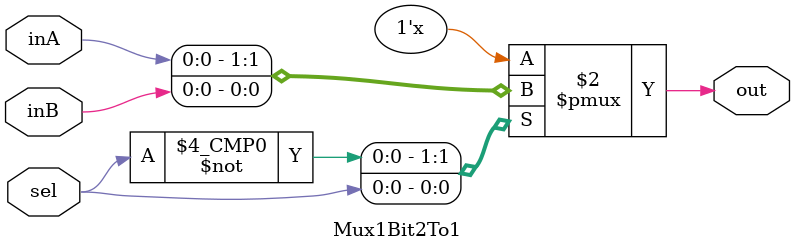
<source format=v>
`timescale 1ns / 1ps


module Mux1Bit2To1(out, inA, inB, sel);
    input inA, inB, sel;
    output reg out;
    
    always@(inA, inB, sel) begin
        case(sel)
            1'b0: out <= inA;
            1'b1: out <= inB;
        endcase
    end
    
    

endmodule

</source>
